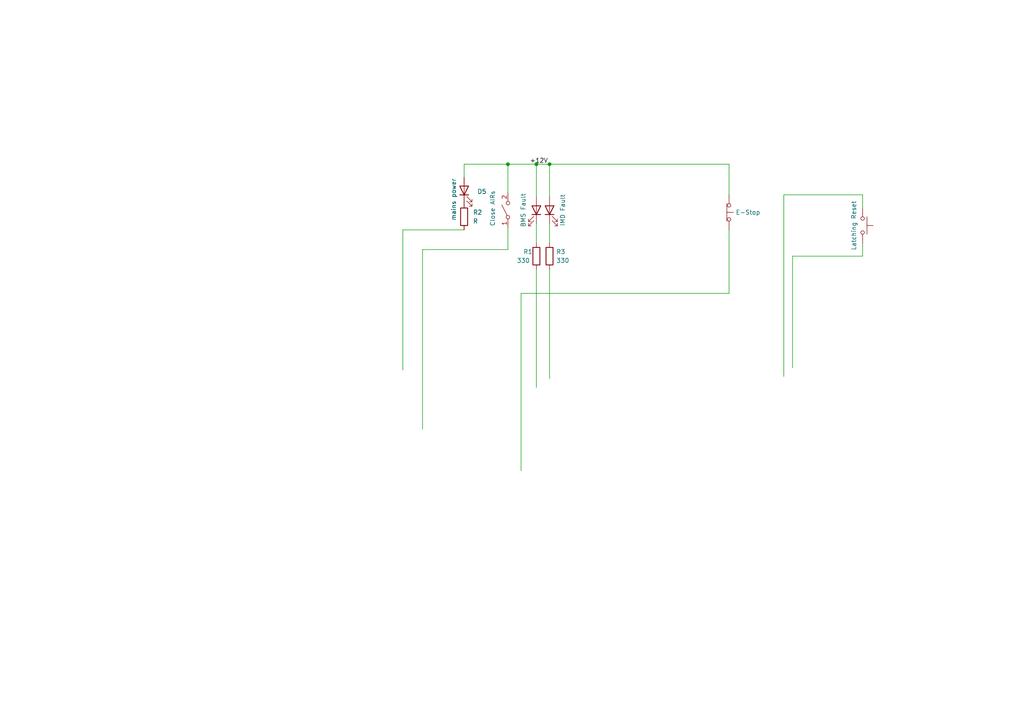
<source format=kicad_sch>
(kicad_sch (version 20250114) (generator "eeschema") (generator_version "9.0")
  (paper "A4")
  (lib_symbols
    (symbol "Device:LED" (pin_numbers (hide yes)) (pin_names (offset 1.016) (hide yes))
      (property "Reference" "D" (at 0 2.54 0))
      (property "Value" "LED" (at 0 -2.54 0))
      (symbol "LED_0_1"
        (polyline (pts (xy -3.048 -0.762) (xy -4.572 -2.286) (xy -3.81 -2.286) (xy -4.572 -2.286) (xy -4.572 -1.524)))
        (polyline (pts (xy -1.778 -0.762) (xy -3.302 -2.286) (xy -2.54 -2.286) (xy -3.302 -2.286) (xy -3.302 -1.524)))
        (polyline (pts (xy -1.27 0) (xy 1.27 0)))
        (polyline (pts (xy -1.27 -1.27) (xy -1.27 1.27)) (stroke (width 0.254)))
        (polyline (pts (xy 1.27 -1.27) (xy 1.27 1.27) (xy -1.27 0) (xy 1.27 -1.27)) (stroke (width 0.254)))
      )
      (symbol "LED_1_1"
        (pin passive line (at -3.81 0 0) (length 2.54) (name "K") (number "1"))
        (pin passive line (at 3.81 0 180) (length 2.54) (name "A") (number "2"))
      )
    )
    (symbol "Device:R" (pin_numbers (hide yes)) (pin_names (offset 0))
      (property "Reference" "R" (at 2.032 0 90))
      (property "Value" "R" (at 0 0 90))
      (symbol "R_0_1"
        (rectangle (start -1.016 -2.54) (end 1.016 2.54) (stroke (width 0.254)))
      )
      (symbol "R_1_1"
        (pin passive line (at 0 3.81 270) (length 1.27) (name "~") (number "1"))
        (pin passive line (at 0 -3.81 90) (length 1.27) (name "~") (number "2"))
      )
    )
    (symbol "LED_1" (pin_numbers (hide yes)) (pin_names (offset 1.016) (hide yes))
      (property "Reference" "D" (at 0 2.54 0))
      (property "Value" "LED" (at 0 -2.54 0))
      (symbol "LED_1_0_1"
        (polyline (pts (xy -3.048 -0.762) (xy -4.572 -2.286) (xy -3.81 -2.286) (xy -4.572 -2.286) (xy -4.572 -1.524)))
        (polyline (pts (xy -1.778 -0.762) (xy -3.302 -2.286) (xy -2.54 -2.286) (xy -3.302 -2.286) (xy -3.302 -1.524)))
        (polyline (pts (xy -1.27 0) (xy 1.27 0)))
        (polyline (pts (xy -1.27 -1.27) (xy -1.27 1.27)) (stroke (width 0.254)))
        (polyline (pts (xy 1.27 -1.27) (xy 1.27 1.27) (xy -1.27 0) (xy 1.27 -1.27)) (stroke (width 0.254)))
      )
      (symbol "LED_1_1_1"
        (pin passive line (at -3.81 0 0) (length 2.54) (name "K") (number "1"))
        (pin passive line (at 3.81 0 180) (length 2.54) (name "A") (number "2"))
      )
    )
    (symbol "Switch:SW_Push" (pin_numbers (hide yes)) (pin_names (offset 1.016) (hide yes))
      (property "Reference" "SW" (at 1.27 2.54 0))
      (property "Value" "SW_Push" (at 0 -1.524 0))
      (symbol "SW_Push_0_1"
        (circle (center -2.032 0) (radius 0.508))
        (polyline (pts (xy 0 1.27) (xy 0 3.048)))
        (circle (center 2.032 0) (radius 0.508))
        (polyline (pts (xy 2.54 1.27) (xy -2.54 1.27)))
        (pin passive line (at -5.08 0 0) (length 2.54) (name "1") (number "1"))
        (pin passive line (at 5.08 0 180) (length 2.54) (name "2") (number "2"))
      )
    )
    (symbol "Switch:SW_Push_Open" (pin_numbers (hide yes)) (pin_names (offset 1.016) (hide yes))
      (property "Reference" "SW" (at 0 2.54 0))
      (property "Value" "SW_Push_Open" (at 0 -1.905 0))
      (symbol "SW_Push_Open_0_1"
        (polyline (pts (xy -2.54 -0.635) (xy 2.54 -0.635)))
        (circle (center -2.032 0) (radius 0.508))
        (polyline (pts (xy 0 -0.635) (xy 0 1.27)))
        (circle (center 2.032 0) (radius 0.508))
        (pin passive line (at -5.08 0 0) (length 2.54) (name "A") (number "1"))
      )
      (symbol "SW_Push_Open_1_1"
        (pin passive line (at 5.08 0 180) (length 2.54) (name "B") (number "2"))
      )
    )
    (symbol "Switch:SW_SPST" (pin_names (offset 0) (hide yes))
      (property "Reference" "SW" (at 0 3.175 0))
      (property "Value" "SW_SPST" (at 0 -2.54 0))
      (symbol "SW_SPST_0_0"
        (circle (center -2.032 0) (radius 0.508))
        (polyline (pts (xy -1.524 0.254) (xy 1.524 1.778)))
        (circle (center 2.032 0) (radius 0.508))
      )
      (symbol "SW_SPST_1_1"
        (pin passive line (at -5.08 0 0) (length 2.54) (name "A") (number "1"))
        (pin passive line (at 5.08 0 180) (length 2.54) (name "B") (number "2"))
      )
    )
  )
  (junction (at 147.32 47.625))
  (junction (at 159.385 47.625))
  (junction (at 155.575 47.625))
  (wire (pts (xy 211.455 66.675) (xy 211.455 85.09)))
  (wire (pts (xy 227.33 56.515) (xy 250.19 56.515)))
  (wire (pts (xy 155.575 47.625) (xy 155.575 57.15)))
  (wire (pts (xy 134.62 51.435) (xy 134.62 47.625)))
  (wire (pts (xy 211.455 56.515) (xy 211.455 47.625)))
  (wire (pts (xy 155.575 112.395) (xy 155.575 78.105)))
  (wire (pts (xy 155.575 47.625) (xy 159.385 47.625)))
  (wire (pts (xy 147.32 72.39) (xy 147.32 66.04)))
  (wire (pts (xy 159.385 64.77) (xy 159.385 70.485)))
  (wire (pts (xy 227.33 56.515) (xy 227.33 109.22)))
  (wire (pts (xy 155.575 70.485) (xy 155.575 64.77)))
  (wire (pts (xy 151.13 85.09) (xy 211.455 85.09)))
  (wire (pts (xy 134.62 66.675) (xy 116.84 66.675)))
  (wire (pts (xy 250.19 56.515) (xy 250.19 60.325)))
  (wire (pts (xy 151.13 85.09) (xy 151.13 136.525)))
  (wire (pts (xy 159.385 47.625) (xy 159.385 57.15)))
  (wire (pts (xy 229.87 74.295) (xy 229.87 106.68)))
  (wire (pts (xy 134.62 47.625) (xy 147.32 47.625)))
  (wire (pts (xy 147.32 55.88) (xy 147.32 47.625)))
  (wire (pts (xy 122.555 72.39) (xy 147.32 72.39)))
  (wire (pts (xy 147.32 47.625) (xy 155.575 47.625)))
  (wire (pts (xy 159.385 47.625) (xy 211.455 47.625)))
  (wire (pts (xy 159.385 78.105) (xy 159.385 109.855)))
  (wire (pts (xy 116.84 66.675) (xy 116.84 107.315)))
  (wire (pts (xy 229.87 74.295) (xy 250.19 74.295)))
  (wire (pts (xy 122.555 72.39) (xy 122.555 124.46)))
  (wire (pts (xy 250.19 74.295) (xy 250.19 70.485)))
  (label "+12V" (at 153.67 47.625 0))
  (symbol (lib_id "Device:R") (at 159.385 74.295 0) (unit 1)
    (property "Reference" "R3" (at 161.29 73.0249 0) (effects (justify left)))
    (property "Value" "330" (at 161.29 75.5649 0) (effects (justify left)))
    (property "Description" "Resistor" (effects (hide yes)))
  )
  (symbol (lib_id "Switch:SW_SPST") (at 147.32 60.96 90) (unit 1)
    (property "Reference" "SW3" (effects (hide yes)))
    (property "Value" "Close AIRs" (at 142.875 55.245 0) (effects (justify right)))
    (property "Description" "Single Pole Single Throw (SPST) switch" (effects (hide yes)))
  )
  (symbol (lib_id "Device:LED") (at 159.385 60.96 90) (unit 1)
    (property "Reference" "D1" (effects (hide yes)))
    (property "Value" "IMD Fault" (at 163.195 60.96 0))
    (property "Description" "Light emitting diode" (effects (hide yes)))
  )
  (symbol (lib_id "Device:R") (at 134.62 62.865 0) (unit 1)
    (property "Reference" "R2" (at 137.16 61.5949 0) (effects (justify left)))
    (property "Value" "R" (at 137.16 64.1349 0) (effects (justify left)))
    (property "Description" "Resistor" (effects (hide yes)))
  )
  (symbol (lib_id "Switch:SW_Push") (at 250.19 65.405 270) (unit 1)
    (property "Reference" "SW2" (effects (hide yes)))
    (property "Value" "Latching Reset" (at 247.65 65.405 0))
    (property "Description" "Push button switch, generic, two pins" (effects (hide yes)))
  )
  (symbol (lib_name "LED_1") (lib_id "Device:LED") (at 134.62 55.245 90) (unit 1)
    (property "Reference" "D5" (at 138.43 55.5624 90) (effects (justify right)))
    (property "Value" "mains power" (at 131.572 51.689 0) (effects (justify right)))
    (property "Description" "Light emitting diode" (effects (hide yes)))
    (property "Sim.Pins" "1=K 2=A" (effects (hide yes)))
  )
  (symbol (lib_id "Device:LED") (at 155.575 60.96 270) (mirror x) (unit 1)
    (property "Reference" "D2" (effects (hide yes)))
    (property "Value" "BMS Fault" (at 151.765 60.96 0))
    (property "Description" "Light emitting diode" (effects (hide yes)))
  )
  (symbol (lib_id "Device:R") (at 155.575 74.295 0) (unit 1)
    (property "Reference" "R1" (at 151.765 73.025 0) (effects (justify left)))
    (property "Value" "330" (at 149.86 75.565 0) (effects (justify left)))
    (property "Description" "Resistor" (effects (hide yes)))
  )
  (symbol (lib_id "Switch:SW_Push_Open") (at 211.455 61.595 270) (mirror x) (unit 1)
    (property "Reference" "SW1" (effects (hide yes)))
    (property "Value" "E-Stop" (at 213.36 61.5949 90) (effects (justify left)))
  )
)
</source>
